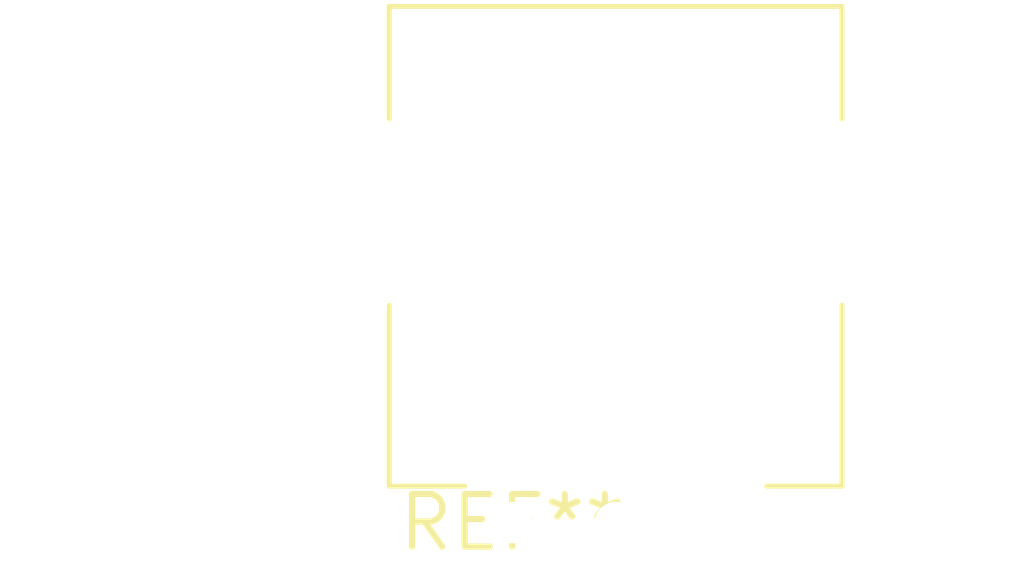
<source format=kicad_pcb>
(kicad_pcb (version 20240108) (generator pcbnew)
  (layers (0 "F.Cu" signal) (31 "B.Cu" signal) (34 "B.Paste" user) (35 "F.Paste" user) (36 "B.SilkS" user "B.Silkscreen") (37 "F.SilkS" user "F.Silkscreen") (38 "B.Mask" user) (39 "F.Mask" user) (44 "Edge.Cuts" user))
  (net 0 "")
  (footprint "Potentiometer_TT_P0915N" (layer "F.Cu") (at 0 0)
    (property "Reference" "REF**")
    (property "Value" "Potentiometer_TT_P0915N")
    (fp_line (start -2.97 -12.47) (end -2.97 -9.75) (layer "F.SilkS") (stroke (width 0.12)))
    (fp_line (start -2.97 -5.25) (end -2.97 -0.88) (layer "F.SilkS") (stroke (width 0.12)))
    (fp_line (start -1.15 -0.88) (end -2.97 -0.88) (layer "F.SilkS") (stroke (width 0.12)))
    (fp_line (start 7.97 -12.47) (end -2.97 -12.47) (layer "F.SilkS") (stroke (width 0.12)))
    (fp_line (start 7.97 -12.47) (end 7.97 -9.75) (layer "F.SilkS") (stroke (width 0.12)))
    (fp_line (start 7.97 -5.25) (end 7.97 -0.88) (layer "F.SilkS") (stroke (width 0.12)))
    (fp_line (start 7.97 -0.88) (end 6.15 -0.88) (layer "F.SilkS") (stroke (width 0.12)))
    (pad "" thru_hole oval (at -2.25 -7.5) (size 4 4) (drill 2) (layers *.Cu *.Mask) (remove_unused_layers))
    (pad "" thru_hole oval (at 7.25 -7.5) (size 4 4) (drill 2) (layers *.Cu *.Mask) (remove_unused_layers))
    (pad "1" thru_hole rect (at 0 0) (size 1.8 1.8) (drill 1) (layers *.Cu *.Mask) (remove_unused_layers))
    (pad "2" thru_hole circle (at 2.5 0) (size 1.8 1.8) (drill 1) (layers *.Cu *.Mask) (remove_unused_layers))
    (pad "3" thru_hole circle (at 5 0) (size 1.8 1.8) (drill 1) (layers *.Cu *.Mask) (remove_unused_layers))
  )
)
</source>
